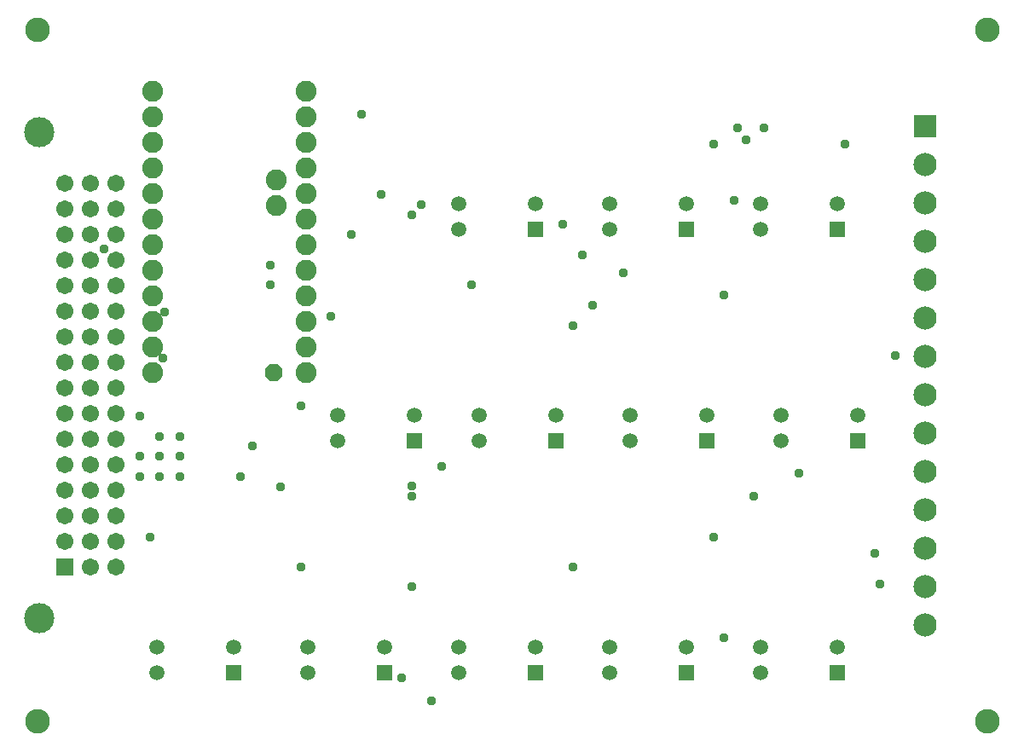
<source format=gbr>
G04 EAGLE Gerber RS-274X export*
G75*
%MOMM*%
%FSLAX34Y34*%
%LPD*%
%INSoldermask Bottom*%
%IPPOS*%
%AMOC8*
5,1,8,0,0,1.08239X$1,22.5*%
G01*
%ADD10C,2.453200*%
%ADD11C,3.003200*%
%ADD12R,1.711200X1.711200*%
%ADD13C,1.711200*%
%ADD14R,1.511200X1.511200*%
%ADD15C,1.511200*%
%ADD16C,2.082800*%
%ADD17R,2.303200X2.303200*%
%ADD18C,2.303200*%
%ADD19P,1.869504X8X22.500000*%
%ADD20C,0.959600*%


D10*
X28400Y56400D03*
X28400Y743600D03*
X971600Y743600D03*
X971600Y56400D03*
D11*
X30600Y641800D03*
X30600Y159200D03*
D12*
X56000Y210000D03*
D13*
X56000Y235400D03*
X56000Y260800D03*
X56000Y286200D03*
X56000Y311600D03*
X56000Y337000D03*
X56000Y362400D03*
X56000Y387800D03*
X56000Y413200D03*
X56000Y438600D03*
X56000Y464000D03*
X56000Y489400D03*
X56000Y514800D03*
X56000Y540200D03*
X56000Y565600D03*
X56000Y591000D03*
X81400Y210000D03*
X81400Y235400D03*
X81400Y260800D03*
X81400Y286200D03*
X81400Y311600D03*
X81400Y337000D03*
X81400Y362400D03*
X81400Y387800D03*
X81400Y413200D03*
X81400Y438600D03*
X81400Y464000D03*
X81400Y489400D03*
X81400Y514800D03*
X81400Y540200D03*
X81400Y565600D03*
X81400Y591000D03*
X106800Y210000D03*
X106800Y235400D03*
X106800Y260800D03*
X106800Y286200D03*
X106800Y311600D03*
X106800Y337000D03*
X106800Y362400D03*
X106800Y387800D03*
X106800Y413200D03*
X106800Y438600D03*
X106800Y464000D03*
X106800Y489400D03*
X106800Y514800D03*
X106800Y540200D03*
X106800Y565600D03*
X106800Y591000D03*
D14*
X223100Y105300D03*
D15*
X146900Y105300D03*
X223100Y130700D03*
X146900Y130700D03*
D16*
X142700Y402700D03*
X142700Y428100D03*
X142700Y453500D03*
X142700Y478900D03*
X142700Y504300D03*
X142700Y529700D03*
X142700Y555100D03*
X142700Y580500D03*
X142700Y605900D03*
X142700Y631300D03*
X142700Y656700D03*
X142700Y682100D03*
X295100Y682100D03*
X295100Y656700D03*
X295100Y631300D03*
X295100Y605900D03*
X295100Y580500D03*
X295100Y555100D03*
X295100Y529700D03*
X295100Y504300D03*
X295100Y478900D03*
X295100Y453500D03*
X295100Y428100D03*
X295100Y402700D03*
X265890Y569070D03*
X265890Y594470D03*
D17*
X910000Y647650D03*
D18*
X910000Y609550D03*
X910000Y571450D03*
X910000Y533350D03*
X910000Y495250D03*
X910000Y457150D03*
X910000Y419050D03*
X910000Y380950D03*
X910000Y342850D03*
X910000Y304750D03*
X910000Y266650D03*
X910000Y228550D03*
X910000Y190450D03*
X910000Y152350D03*
D14*
X373100Y105300D03*
D15*
X296900Y105300D03*
X373100Y130700D03*
X296900Y130700D03*
D14*
X523100Y105300D03*
D15*
X446900Y105300D03*
X523100Y130700D03*
X446900Y130700D03*
D14*
X673100Y105300D03*
D15*
X596900Y105300D03*
X673100Y130700D03*
X596900Y130700D03*
D14*
X823100Y105300D03*
D15*
X746900Y105300D03*
X823100Y130700D03*
X746900Y130700D03*
D14*
X403100Y335300D03*
D15*
X326900Y335300D03*
X403100Y360700D03*
X326900Y360700D03*
D14*
X543100Y335300D03*
D15*
X466900Y335300D03*
X543100Y360700D03*
X466900Y360700D03*
D14*
X693100Y335300D03*
D15*
X616900Y335300D03*
X693100Y360700D03*
X616900Y360700D03*
D14*
X843100Y335300D03*
D15*
X766900Y335300D03*
X843100Y360700D03*
X766900Y360700D03*
D14*
X523100Y545300D03*
D15*
X446900Y545300D03*
X523100Y570700D03*
X446900Y570700D03*
D14*
X673100Y545300D03*
D15*
X596900Y545300D03*
X673100Y570700D03*
X596900Y570700D03*
D14*
X823100Y545300D03*
D15*
X746900Y545300D03*
X823100Y570700D03*
X746900Y570700D03*
D19*
X263000Y403000D03*
D20*
X350000Y660000D03*
X270000Y290000D03*
X290000Y370000D03*
X720000Y574000D03*
X732000Y634000D03*
X150000Y340000D03*
X170000Y340000D03*
X130000Y320000D03*
X130000Y300000D03*
X150000Y300000D03*
X170000Y320000D03*
X170000Y300000D03*
X150000Y320000D03*
X242000Y330000D03*
X152697Y417303D03*
X130000Y360000D03*
X390000Y100000D03*
X740000Y280000D03*
X430000Y310000D03*
X230000Y300000D03*
X260000Y490000D03*
X865000Y193000D03*
X560000Y210000D03*
X860000Y224000D03*
X700000Y240000D03*
X785000Y303000D03*
X580000Y470000D03*
X880000Y420000D03*
X710000Y480000D03*
X570000Y520000D03*
X700000Y630000D03*
X290000Y210000D03*
X140000Y240000D03*
X95000Y526000D03*
X400000Y280000D03*
X154530Y463470D03*
X320000Y459116D03*
X710000Y140000D03*
X420000Y76830D03*
X260000Y510000D03*
X400203Y190203D03*
X400189Y290189D03*
X560000Y450000D03*
X400000Y560000D03*
X610000Y501994D03*
X460000Y490000D03*
X340000Y540000D03*
X410000Y570000D03*
X550000Y550000D03*
X830000Y630000D03*
X750000Y646000D03*
X724000Y646000D03*
X370000Y580000D03*
M02*

</source>
